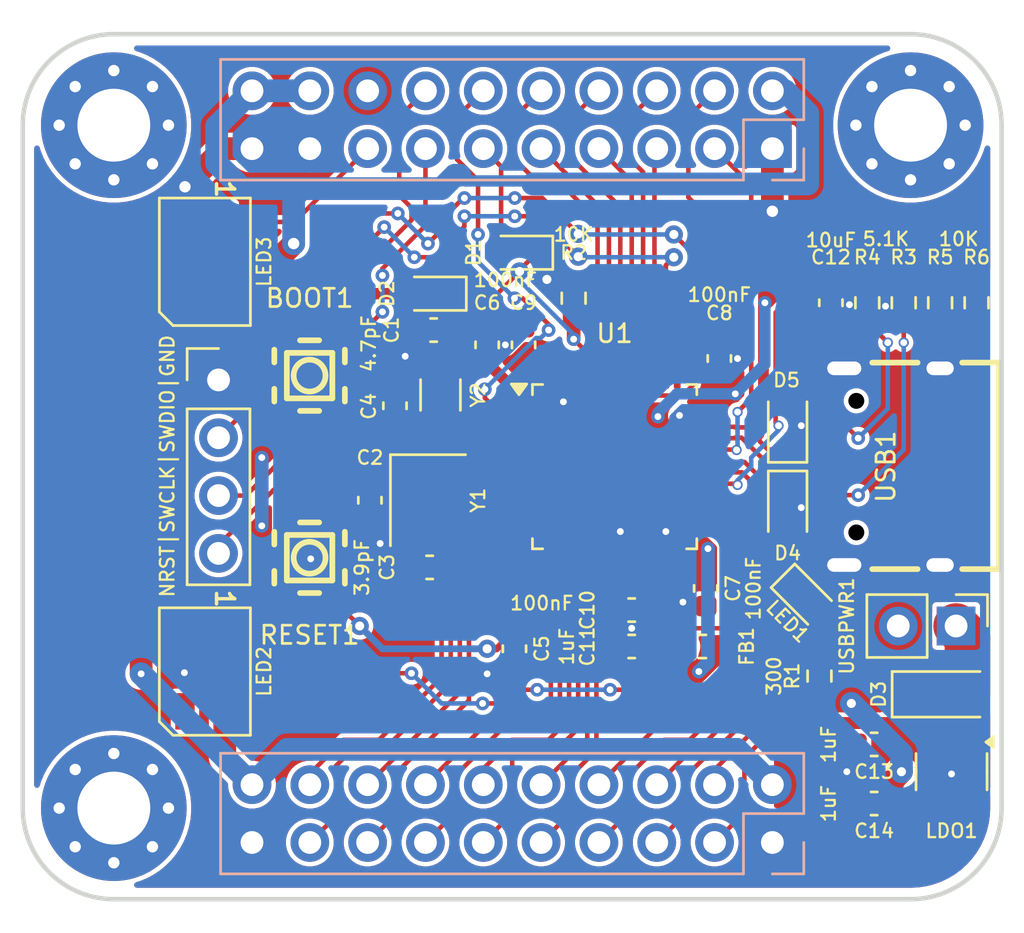
<source format=kicad_pcb>
(kicad_pcb (version 20241229) (generator "pcbnew") (generator_version "9.0")
  (layers (0 "F.Cu" signal) (2 "B.Cu" signal) (13 "F.Paste" user) (15 "B.Paste" user) (5 "F.SilkS" user "F.Silkscreen") (7 "B.SilkS" user "B.Silkscreen") (1 "F.Mask" user) (3 "B.Mask" user) (25 "Edge.Cuts" user))
  (net 0 "")
  (net 1 "+3V3")
  (net 2 "GND")
  (net 3 "VDDA")
  (net 4 "Net-(U1-VBAT)")
  (net 5 "/OSC32_IN")
  (net 6 "/SWCLK")
  (net 7 "/SWDIO")
  (net 8 "/NRST")
  (net 9 "/OSC32_OUT")
  (net 10 "/OSC_IN")
  (net 11 "/BOOT0")
  (net 12 "/OSC_OUT")
  (net 13 "Net-(D2-A)")
  (net 14 "/BOOT0_RAW")
  (net 15 "/USB_DP")
  (net 18 "Net-(USB1-CC2)")
  (net 19 "Net-(USB1-CC1)")
  (net 20 "VBUS")
  (net 21 "Net-(D3-A)")
  (net 22 "+5V")
  (net 23 "/VBUS_SENSE")
  (net 24 "/PA0")
  (net 25 "/PB14")
  (net 26 "/PA6")
  (net 27 "/PA8")
  (net 28 "/PB0")
  (net 29 "/PB5")
  (net 30 "/PA5")
  (net 31 "/PB2")
  (net 32 "/PA2")
  (net 33 "/PB11")
  (net 34 "/PA4")
  (net 35 "/PA1")
  (net 36 "/PB10")
  (net 37 "/PB6")
  (net 38 "/PB13")
  (net 39 "/PB12")
  (net 40 "/PA15")
  (net 41 "/PB4")
  (net 42 "/PA7")
  (net 43 "/PB9")
  (net 44 "/PB7")
  (net 45 "/PA10")
  (net 46 "/PB1")
  (net 47 "/PA3")
  (net 48 "/PA9")
  (net 49 "/PB3")
  (net 50 "/USB_DN")
  (net 51 "/SK6812_data")
  (net 52 "/PC13")
  (net 55 "Net-(LED1-A)")
  (net 56 "Net-(LED2-DOUT)")
  (footprint "Capacitor_SMD:C_0603_1608Metric" (layer "F.Cu") (at -5.15 -2.675 90)
    (property "Reference" "C4")
    (property "Value" "4.7pF" (hide yes))
  )
  (footprint "Capacitor_SMD:C_0603_1608Metric" (layer "F.Cu") (at 15.9 14.8 180)
    (property "Reference" "C14")
    (property "Value" "1uF")
  )
  (footprint "Inductor_SMD:L_0603_1608Metric" (layer "F.Cu") (at 8.35 7.9)
    (property "Reference" "FB1")
    (property "Value" "600Ω@100MHz" (hide yes))
  )
  (footprint "Capacitor_SMD:C_0603_1608Metric" (layer "F.Cu") (at -6.25 1.475 -90)
    (property "Reference" "C2")
    (property "Value" "3.9pF" (hide yes))
  )
  (footprint "Crystal:Crystal_SMD_3225-4Pin_3.2x2.5mm" (layer "F.Cu") (at -3.7 1.475 -90)
    (property "Reference" "Y1")
    (property "Value" "Crystal_GND24" (hide yes))
  )
  (footprint "MountingHole:MountingHole_3.2mm_M3_Pad_Via" (layer "F.Cu") (at 17.5 -15)
    (property "Reference" "H2" (hide yes))
    (property "Value" "MountingHole_Pad" (hide yes))
  )
  (footprint "LED_SMD:LED_SK6812MINI_PLCC4_3.5x3.5mm_P1.75mm" (layer "F.Cu") (at -13.5 9 -90)
    (property "Reference" "LED2")
    (property "Value" "SK6812MINI" (hide yes))
  )
  (footprint "Capacitor_SMD:C_0603_1608Metric" (layer "F.Cu") (at 5.25 6.3)
    (property "Reference" "C10")
    (property "Value" "100nF" (hide yes))
  )
  (footprint "Package_QFP:LQFP-48_7x7mm_P0.5mm" (layer "F.Cu") (at 4.5 0)
    (property "Reference" "U1")
    (property "Value" "STM32G491CETx" (hide yes))
  )
  (footprint "Connector_PinHeader_2.54mm:PinHeader_1x02_P2.54mm_Vertical" (layer "F.Cu") (at 19.5 7 -90)
    (property "Reference" "USBPWR1")
    (property "Value" "Jumper_2_Bridged" (hide yes))
  )
  (footprint "Resistor_SMD:R_0603_1608Metric" (layer "F.Cu") (at 13.5 9.2 -90)
    (property "Reference" "R1")
    (property "Value" "300")
  )
  (footprint "Crystal:Crystal_SMD_3215-2Pin_3.2x1.5mm" (layer "F.Cu") (at -3.15 -3.15 90)
    (property "Reference" "Y2")
    (property "Value" "Crystal" (hide yes))
  )
  (footprint "EasyEDA:USB-C-SMD_TYPE-C-6PIN-2MD-073" (layer "F.Cu") (at 16.4175 0 90)
    (property "Reference" "USB1")
    (property "Value" "TYPE-C 16PIN 2MD(073)" (hide yes))
  )
  (footprint "Resistor_SMD:R_0603_1608Metric" (layer "F.Cu") (at 17.2 -7.2 -90)
    (property "Reference" "R3")
    (property "Value" "5.1K" (hide yes))
  )
  (footprint "Diode_SMD:D_0603_1608Metric" (layer "F.Cu") (at -3.5 -7.6 180)
    (property "Reference" "D2")
    (property "Value" "C3758192" (hide yes))
  )
  (footprint "Resistor_SMD:R_0603_1608Metric" (layer "F.Cu") (at 20.4 -7.2 -90)
    (property "Reference" "R6")
    (property "Value" "10K" (hide yes))
  )
  (footprint "EasyEDA:SW-SMD_L3.1-W3.1-P2.20-LS4.0" (layer "F.Cu") (at -8.9 4 90)
    (property "Reference" "RESET1")
    (property "Value" "TS-1077S-02026" (hide yes))
  )
  (footprint "Capacitor_SMD:C_0603_1608Metric" (layer "F.Cu") (at -3.45 -6 180)
    (property "Reference" "C1")
    (property "Value" "4.7pF" (hide yes))
  )
  (footprint "Diode_SMD:D_SOD-323" (layer "F.Cu") (at 12.1 1.8 -90)
    (property "Reference" "D4")
    (property "Value" "C502527" (hide yes))
  )
  (footprint "Package_TO_SOT_SMD:SOT-23-5" (layer "F.Cu") (at 19.3 13.4 -90)
    (property "Reference" "LDO1")
    (property "Value" "ME6211C33M5")
  )
  (footprint "Capacitor_SMD:C_0603_1608Metric" (layer "F.Cu") (at -3.625 4.425 180)
    (property "Reference" "C3")
    (property "Value" "3.9pF" (hide yes))
  )
  (footprint "Capacitor_SMD:C_0603_1608Metric" (layer "F.Cu") (at 14 -7.2 90)
    (property "Reference" "C12")
    (property "Value" "10uF" (hide yes))
  )
  (footprint "Resistor_SMD:R_0603_1608Metric" (layer "F.Cu") (at 2.7 -7.4 90)
    (property "Reference" "R2")
    (property "Value" "10K" (hide yes))
  )
  (footprint "LED_SMD:LED_0603_1608Metric" (layer "F.Cu") (at 12.943153 5.843153 -45)
    (property "Reference" "LED1")
    (property "Value" "C965799")
  )
  (footprint "LED_SMD:LED_SK6812MINI_PLCC4_3.5x3.5mm_P1.75mm" (layer "F.Cu") (at -13.5 -9 -90)
    (property "Reference" "LED3")
    (property "Value" "SK6812MINI" (hide yes))
  )
  (footprint "Diode_SMD:D_SOD-123F" (layer "F.Cu") (at 18.9 10)
    (property "Reference" "D3")
    (property "Value" "C22439057" (hide yes))
  )
  (footprint "MountingHole:MountingHole_3.2mm_M3_Pad_Via" (layer "F.Cu") (at -17.5 15)
    (property "Reference" "H3" (hide yes))
    (property "Value" "MountingHole_Pad" (hide yes))
  )
  (footprint "Capacitor_SMD:C_0603_1608Metric" (layer "F.Cu") (at 9.1 -4.75 -90)
    (property "Reference" "C8")
    (property "Value" "100nF" (hide yes))
  )
  (footprint "Capacitor_SMD:C_0603_1608Metric" (layer "F.Cu") (at 0.1 8 90)
    (property "Reference" "C5")
    (property "Value" "100nF" (hide yes))
  )
  (footprint "EasyEDA:SW-SMD_L3.1-W3.1-P2.20-LS4.0" (layer "F.Cu") (at -8.9 -4 90)
    (property "Reference" "BOOT1")
    (property "Value" "TS-1077S-02026" (hide yes))
  )
  (footprint "MountingHole:MountingHole_3.2mm_M3_Pad_Via" (layer "F.Cu") (at -17.5 -15)
    (property "Reference" "H1" (hide yes))
    (property "Value" "MountingHole_Pad" (hide yes))
  )
  (footprint "Capacitor_SMD:C_0603_1608Metric" (layer "F.Cu") (at 15.9 12.2 180)
    (property "Reference" "C13")
    (property "Value" "1uF")
  )
  (footprint "Capacitor_SMD:C_0603_1608Metric" (layer "F.Cu") (at 8.5 5.35 90)
    (property "Reference" "C7")
    (property "Value" "100nF" (hide yes))
  )
  (footprint "Resistor_SMD:R_0603_1608Metric" (layer "F.Cu") (at 18.8 -7.2 90)
    (property "Reference" "R5")
    (property "Value" "10K" (hide yes))
  )
  (footprint "Capacitor_SMD:C_0603_1608Metric" (layer "F.Cu") (at -1.1 -5.35 -90)
    (property "Reference" "C6")
    (property "Value" "100nF" (hide yes))
  )
  (footprint "Diode_SMD:D_0603_1608Metric" (layer "F.Cu") (at 0.3 -9.4 180)
    (property "Reference" "D1")
    (property "Value" "C3758192" (hide yes))
  )
  (footprint "Capacitor_SMD:C_0603_1608Metric" (layer "F.Cu") (at 5.25 7.9)
    (property "Reference" "C11")
    (property "Value" "1uF" (hide yes))
  )
  (footprint "Capacitor_SMD:C_0603_1608Metric" (layer "F.Cu") (at 0.5 -5.35 -90)
    (property "Reference" "C9")
    (property "Value" "100nF" (hide yes))
  )
  (footprint "Diode_SMD:D_SOD-323" (layer "F.Cu") (at 12.1 -1.8 90)
    (property "Reference" "D5")
    (property "Value" "C502527" (hide yes))
  )
  (footprint "Connector_PinHeader_2.54mm:PinHeader_1x04_P2.54mm_Vertical" (layer "F.Cu") (at -12.9 -3.81)
    (property "Reference" "J3" (hide yes))
    (property "Value" "Conn_01x04" (hide yes))
  )
  (footprint "Resistor_SMD:R_0603_1608Metric" (layer "F.Cu") (at 15.6 -7.2 90)
    (property "Reference" "R4")
    (property "Value" "5.1K" (hide yes))
  )
  (footprint "Connector_PinHeader_2.54mm:PinHeader_2x10_P2.54mm_Vertical" (layer "B.Cu") (at 11.43 -13.97 90)
    (property "Reference" "J1" (hide yes))
    (property "Value" "Conn_02x10_Odd_Even" (hide yes))
  )
  (footprint "Connector_PinHeader_2.54mm:PinHeader_2x10_P2.54mm_Vertical" (layer "B.Cu") (at 11.43 16.51 90)
    (property "Reference" "J2" (hide yes))
    (property "Value" "Conn_02x10_Odd_Even" (hide yes))
  )
  (gr_arc (start -17.5 19) (mid -20.328427 17.828427) (end -21.5 15) (stroke (width 0.2)) (layer "Edge.Cuts"))
  (gr_arc (start 17.5 -19) (mid 20.328427 -17.828427) (end 21.5 -15) (stroke (width 0.2)) (layer "Edge.Cuts"))
  (gr_arc (start -21.5 -15) (mid -20.328427 -17.828427) (end -17.5 -19) (stroke (width 0.2)) (layer "Edge.Cuts"))
  (gr_line (start -21.5 15) (end -21.5 -15) (stroke (width 0.2)) (layer "Edge.Cuts"))
  (gr_arc (start 21.5 15) (mid 20.328427 17.828427) (end 17.5 19) (stroke (width 0.2)) (layer "Edge.Cuts"))
  (gr_line (start 17.5 19) (end -17.5 19) (stroke (width 0.2)) (layer "Edge.Cuts"))
  (gr_line (start -17.5 -19) (end 17.5 -19) (stroke (width 0.2)) (layer "Edge.Cuts"))
  (gr_line (start 21.5 -15) (end 21.5 15) (stroke (width 0.2)) (layer "Edge.Cuts"))
  (gr_text "10K" (at 19.6175 -10 0) (layer "F.SilkS") (effects (font (size 0.6 0.6) (thickness 0.1))))
  (gr_text "300" (at 11.5 9.2 90) (layer "F.SilkS") (effects (font (size 0.6 0.6) (thickness 0.1))))
  (gr_text "1uF" (at 2.4 7.9 90) (layer "F.SilkS") (effects (font (size 0.6 0.6) (thickness 0.1))))
  (gr_text "100nF" (at 9.1 -7.55 0) (layer "F.SilkS") (effects (font (size 0.6 0.6) (thickness 0.1))))
  (gr_text "10uF" (at 14 -9.95 0) (layer "F.SilkS") (effects (font (size 0.6 0.6) (thickness 0.1))))
  (gr_text "100nF" (at -0.3 -8.2 0) (layer "F.SilkS") (effects (font (size 0.6 0.6) (thickness 0.1))))
  (gr_text "10K" (at 2.7 -10.2 0) (layer "F.SilkS") (effects (font (size 0.6 0.6) (thickness 0.1))))
  (gr_text "3.9pF" (at -6.6 4.425 90) (layer "F.SilkS") (effects (font (size 0.6 0.6) (thickness 0.1))))
  (gr_text "100nF" (at 1.3 6 0) (layer "F.SilkS") (effects (font (size 0.6 0.6) (thickness 0.1))))
  (gr_text "5.1K" (at 16.4175 -10 0) (layer "F.SilkS") (effects (font (size 0.6 0.6) (thickness 0.1))))
  (gr_text "1uF" (at 13.9 14.8 90) (layer "F.SilkS") (effects (font (size 0.6 0.6) (thickness 0.1))))
  (gr_text "100nF" (at 10.6 5.35 90) (layer "F.SilkS") (effects (font (size 0.6 0.6) (thickness 0.1))))
  (gr_text "4.7pF" (at -6.3 -5.4 90) (layer "F.SilkS") (effects (font (size 0.6 0.6) (thickness 0.1))))
  (gr_text "1uF" (at 13.9 12.2 90) (layer "F.SilkS") (effects (font (size 0.6 0.6) (thickness 0.1))))
  (gr_text_box "NRST|SWCLK|SWDIO|GND" (start -15.4 5.7) (end -14.6 -5.7) (margins 0 0 0 0) (angle 90) (layer "F.SilkS") (effects (font (size 0.6 0.6) (thickness 0.1) (bold yes)) (justify left top)) (border no) (stroke (width 0.2)))
  (segment (start 17.776 15.901) (end 16.675 14.8) (width 1) (layer "F.Cu") (net 1))
  (segment (start 9.1375 8.0625) (end 8.2 9) (width 0.6) (layer "F.Cu") (net 1))
  (segment (start 18.886499 15.901) (end 17.776 15.901) (width 1) (layer "F.Cu") (net 1))
  (segment (start -10 -3) (end -10 -3.47) (width 0.5) (layer "F.Cu") (net 1))
  (segment (start -10 -3) (end -10 -4.53) (width 0.5) (layer "F.Cu") (net 1))
  (segment (start 9.1375 7.9) (end 9.1375 8.0625) (width 0.6) (layer "F.Cu") (net 1))
  (segment (start -10 -3.47) (end -10.53 -4) (width 0.5) (layer "F.Cu") (net 1))
  (segment (start -10 -5.88) (end -10 -4.53) (width 0.5) (layer "F.Cu") (net 1))
  (segment (start -10 -2.12) (end -10 -3) (width 0.5) (layer "F.Cu") (net 1))
  (segment (start 16.675 13.825) (end 17.1 13.4) (width 1) (layer "F.Cu") (net 1))
  (segment (start 9.1 -3.975) (end 9.1 -3.9) (width 0.5) (layer "F.Cu") (net 1))
  (segment (start -10 -4.53) (end -10.53 -4) (width 0.5) (layer "F.Cu") (net 1))
  (segment (start 20.249999 14.5375) (end 18.886499 15.901) (width 1) (layer "F.Cu") (net 1))
  (segment (start 16.675 14.8) (end 16.675 13.825) (width 1) (layer "F.Cu") (net 1))
  (segment (start 9.1 -3.9) (end 9.8 -3.2) (width 0.5) (layer "F.Cu") (net 1))
  (via (at -11 2.6) (size 0.6) (drill 0.3) (layers "F.Cu" "B.Cu") (net 1))
  (via (at 8.6 3.6) (size 0.6) (drill 0.3) (layers "F.Cu" "B.Cu") (net 1))
  (via (at 6.4 -2.2) (size 0.6) (drill 0.3) (layers "F.Cu" "B.Cu") (net 1))
  (via (at 8.2 9) (size 0.6) (drill 0.3) (layers "F.Cu" "B.Cu") (net 1))
  (via (at 17.1 13.4) (size 0.8) (drill 0.4) (layers "F.Cu" "B.Cu") (net 1))
  (via (at 14.9 10.4) (size 0.8) (drill 0.4) (layers "F.Cu" "B.Cu") (net 1))
  (via (at 11.101 -7.2) (size 0.6) (drill 0.3) (layers "F.Cu" "B.Cu") (net 1))
  (via (at -11 -0.4) (size 0.6) (drill 0.3) (layers "F.Cu" "B.Cu") (net 1))
  (via (at 9.8 -3.2) (size 0.6) (drill 0.3) (layers "F.Cu" "B.Cu") (net 1))
  (segment (start 17.1 13.4) (end 17.1 12.6) (width 1) (layer "B.Cu") (net 1))
  (segment (start 17.1 12.6) (end 14.9 10.4) (width 1) (layer "B.Cu") (net 1))
  (segment (start 11.101 -7.2) (end 11.101 -4.501) (width 0.5) (layer "B.Cu") (net 1))
  (segment (start 8.2 9) (end 8.6 8.6) (width 0.6) (layer "B.Cu") (net 1))
  (segment (start -11 -0.4) (end -11 2.6) (width 0.6) (layer "B.Cu") (net 1))
  (segment (start 7.237925 -3.2) (end 6.4 -2.362075) (width 0.5) (layer "B.Cu") (net 1))
  (segment (start 11.101 -4.501) (end 9.8 -3.2) (width 0.5) (layer "B.Cu") (net 1))
  (segment (start 9.8 -3.2) (end 7.237925 -3.2) (width 0.5) (layer "B.Cu") (net 1))
  (segment (start 6.4 -2.362075) (end 6.4 -2.2) (width 0.5) (layer "B.Cu") (net 1))
  (segment (start 8.6 8.6) (end 8.6 3.6) (width 0.6) (layer "B.Cu") (net 1))
  (segment (start -10 4.05) (end -10 5.88) (width 0.6) (layer "F.Cu") (net 2))
  (segment (start 4.475 7.9) (end 4.475 7.875) (width 0.5) (layer "F.Cu") (net 2))
  (segment (start -1.075 -6.125) (end -0.525 -5.575) (width 0.6) (layer "F.Cu") (net 2))
  (segment (start 0.475 -6.125) (end -0.3 -5.35) (width 0.6) (layer "F.Cu") (net 2))
  (segment (start 7.35 -2.25) (end 7.608334 -2.25) (width 0.6) (layer "F.Cu") (net 2))
  (segment (start 15.6 -8.025) (end 16.4 -8.025) (width 0.6) (layer "F.Cu") (net 2))
  (segment (start -5.3 2.25) (end -4.875 2.25) (width 0.6) (layer "F.Cu") (net 2))
  (segment (start 13.352612 4.32) (end 14.5875 4.32) (width 1) (layer "F.Cu") (net 2))
  (segment (start -5.15 -3.45) (end -5.15 -4.4) (width 0.6) (layer "F.Cu") (net 2))
  (segment (start -10 2.12) (end -10 3.47) (width 0.6) (layer "F.Cu") (net 2))
  (segment (start -4.4 4.425) (end -4.4 2.725) (width 0.6) (layer "F.Cu") (net 2))
  (segment (start 12.5 16.51) (end 13.415 16.51) (width 1) (layer "F.Cu") (net 2))
  (segment (start 11.43 -13.97) (end 11.43 -11.219) (width 1) (layer "F.Cu") (net 2))
  (segment (start 19.3 12.2625) (end 19.3 13.5) (width 0.6) (layer "F.Cu") (net 2))
  (segment (start 16.4 -7.05) (end 16.4 -8.025) (width 0.6) (layer "F.Cu") (net 2))
  (segment (start -5.475 3.05) (end -5.25 3.275) (width 0.6) (layer "F.Cu") (net 2))
  (segment (start 2.25 -2.85) (end 2.25 -3.108334) (width 0.3) (layer "F.Cu") (net 2))
  (segment (start -14.375 7.250001) (end -14.375 9.025) (width 0.6) (layer "F.Cu") (net 2))
  (segment (start -0.225 9.1) (end -1.1 9.1) (width 0.6) (layer "F.Cu") (net 2))
  (segment (start 20.4 -6.375) (end 20.4 -5.9225) (width 0.5) (layer "F.Cu") (net 2))
  (segment (start -4.7 -5.525) (end -4.7 -4.85) (width 0.6) (layer "F.Cu") (net 2))
  (segment (start 1.525 -8.225) (end 2.7 -8.225) (width 0.8) (layer "F.Cu") (net 2))
  (segment (start 12.1 -2.4) (end 12.7 -1.8) (width 0.3) (layer "F.Cu") (net 2))
  (segment (start -10 4.53) (end -10.53 4) (width 0.6) (layer "F.Cu") (net 2))
  (segment (start -1.1 -6.125) (end -1.075 -6.125) (width 0.6) (layer "F.Cu") (net 2))
  (segment (start 2.25 -4.1625) (end 2.25 -2.85) (width 0.3) (layer "F.Cu") (net 2))
  (segment (start -6.25 2.25) (end -5.3 2.25) (width 0.6) (layer "F.Cu") (net 2))
  (segment (start 14.9 -7.2) (end 14.9 -7.975) (width 0.6) (layer "F.Cu") (net 2))
  (segment (start 6.75 4.1625) (end 6.75 5.05) (width 0.2) (layer "F.Cu") (net 2))
  (segment (start -6.25 2.25) (end -6.25 2.275) (width 0.6) (layer "F.Cu") (net 2))
  (segment (start -4.95 3.725) (end -4.95 3.525) (width 0.6) (layer "F.Cu") (net 2))
  (segment (start -4.75 4.425) (end -5.8 3.375) (width 0.6) (layer "F.Cu") (net 2))
  (segment (start -12.7 -13.97) (end -11.43 -13.97) (width 1) (layer "F.Cu") (net 2))
  (segment (start -2.85 0.675) (end -4.55 2.375) (width 0.3) (layer "F.Cu") (net 2))
  (segment (start 13.415 16.51) (end 15.125 14.8) (width 1) (layer "F.Cu") (net 2))
  (segment (start 4.75 4.4625) (end 4.75 6.025) (width 0.3) (layer "F.Cu") (net 2))
  (segment (start 4.75 6.025) (end 4.475 6.3) (width 0.3) (layer "F.Cu") (net 2))
  (segment (start 5.25 7.075) (end 4.475 6.3) (width 0.6) (layer "F.Cu") (net 2))
  (segment (start 4.75 2.85) (end 4.75 3.108334) (width 0.6) (layer "F.Cu") (net 2))
  (segment (start 0.5 -6.125) (end 0.475 -6.125) (width 0.6) (layer "F.Cu") (net 2))
  (segment (start -10 4.05) (end -8.85 4.05) (width 0.6) (layer "F.Cu") (net 2))
  (segment (start 5.25 7.1) (end 4.475 7.1) (width 0.6) (layer "F.Cu") (net 2))
  (segment (start 0.1 8.775) (end -0.225 9.1) (width 0.6) (layer "F.Cu") (net 2))
  (segment (start 14.0375 3.2) (end 14.0375 3.77) (width 0.5) (layer "F.Cu") (net 2))
  (segment (start -4.225 -6) (end -5.15 -5.075) (width 0.6) (layer "F.Cu") (net 2))
  (segment (start 7.5 5.95) (end 7.675 6.125) (width 0.6) (layer "F.Cu") (net 2))
  (segment (start 14.7 13.4) (end 14.7 14.375) (width 0.6) (layer "F.Cu") (net 2))
  (segment (start -5.15 -4.4) (end -4.7 -4.85) (width 0.6) (layer "F.Cu") (net 2))
  (segment (start 4.75 4.1625) (end 4.75 2.85) (width 0.3) (layer "F.Cu") (net 2))
  (segment (start 6.75 2.85) (end 6.75 3.108334) (width 0.6) (layer "F.Cu") (net 2))
  (segment (start 6.75 5.05) (end 7.5 5.8) (width 0.2) (layer "F.Cu") (net 2))
  (segment (start -10 3.47) (end -10.53 4) (width 0.6) (layer "F.Cu") (net 2))
  (segment (start 7.675 6.125) (end 8.5 6.125) (width 0.6) (layer "F.Cu") (net 2))
  (segment (start 14.7 14.375) (end 15.125 14.8) (width 0.6) (layer "F.Cu") (net 2))
  (segment (start 17.2 -7.85) (end 16.4 -7.05) (width 0.6) (layer "F.Cu") (net 2))
  (segment (start 15.6 -8.025) (end 15.6 -7.9) (width 0.6) (layer "F.Cu") (net 2))
  (segment (start -14.375 -12.295) (end -12.7 -13.97) (width 1) (layer "F.Cu") (net 2))
  (segment (start 16.4 -8.025) (end 17.2 -8.025) (width 0.6) (layer "F.Cu") (net 2))
  (segment (start 15.6 -7.9) (end 14.816477 -7.116477) (width 0.6) (layer "F.Cu") (net 2))
  (segment (start -6.25 2.925) (end -5.8 3.375) (width 0.6) (layer "F.Cu") (net 2))
  (segment (start -14.375 9.025) (end -14.4 9.05) (width 0.6) (layer "F.Cu") (net 2))
  (segment (start 4.475 7.1) (end 4.475 6.3) (width 0.5) (layer "F.Cu") (net 2))
  (segment (start -4.7 -3.9) (end -5.15 -3.45) (width 0.6) (layer "F.Cu") (net 2))
  (segment (start 7.5 5.8) (end 7.5 5.95) (width 0.2) (layer "F.Cu") (net 2))
  (segment (start 14 -7.975) (end 14 -7.932954) (width 0.6) (layer "F.Cu") (net 2))
  (segment (start 12.1 2.85) (end 12.1 2.4) (width 0.3) (layer "F.Cu") (net 2))
  (segment (start -5.15 -5.075) (end -5.15 -4.4) (width 0.6) (layer "F.Cu") (net 2))
  (segment (start -5.3 2.875) (end -5.475 3.05) (width 0.6) (layer "F.Cu") (net 2))
  (segment (start 12.386306 5.286306) (end 13.352612 4.32) (width 1) (layer "F.Cu") (net 2))
  (segment (start 12.1 2.4) (end 12.7 1.8) (width 0.3) (layer "F.Cu") (net 2))
  (segment (start -4.55 2.375) (end -4.55 2.575) (width 0.3) (layer "F.Cu") (net 2))
  (segment (start -0.525 -5.575) (end -0.3 -5.35) (width 0.6) (layer "F.Cu") (net 2))
  (segment (start 14.7 13.4) (end 14.7 12.625) (width 0.6) (layer "F.Cu") (net 2))
  (segment (start 0.5 -6.125) (end 0.025 -6.125) (width 0.6) (layer "F.Cu") (net 2))
  (segment (start 14.0375 3.77) (end 14.5875 4.32) (width 0.5) (layer "F.Cu") (net 2))
  (segment (start -10 5.88) (end -10 4.53) (width 0.6) (layer "F.Cu") (net 2))
  (segment (start 14.0375 -3.77) (end 14.5875 -4.32) (width 0.5) (layer "F.Cu") (net 2))
  (segment (start 14.9 -7.975) (end 15.55 -7.975) (width 0.6) (layer "F.Cu") (net 2))
  (segment (start -6.25 2.25) (end -6.25 2.925) (width 0.6) (layer "F.Cu") (net 2))
  (segment (start 15.6 -7.85) (end 16.4 -7.05) (width 0.6) (layer "F.Cu") (net 2))
  (segment (start -5.25 3.275) (end -4.55 2.575) (width 0.6) (layer "F.Cu") (net 2))
  (segment (start 15.125 12.2) (end 15.125 14.8) (width 0.6) (layer "F.Cu") (net 2))
  (segment (start -5.8 3.375) (end -5.35 3.375) (width 0.6) (layer "F.Cu") (net 2))
  (segment (start -5.35 3.375) (end -5.25 3.275) (width 0.6) (layer "F.Cu") (net 2))
  (segment (start -4.875 2.25) (end -4.55 2.575) (width 0.6) (layer "F.Cu") (net 2))
  (segment (start -14.375 -12.295) (end -14.375 -10.749999) (width 1) (layer "F.Cu") (net 2))
  (segment (start -4.4 2.725) (end -4.55 2.575) (width 0.6) (layer "F.Cu") (net 2))
  (segment (start 0.025 -6.125) (end -0.525 -5.575) (width 0.6) (layer "F.Cu") (net 2))
  (segment (start 4.475 7.9) (end 4.475 7.1) (width 0.5) (layer "F.Cu") (net 2))
  (segment (start 12.1 -2.85) (end 12.1 -2.4) (width 0.3) (layer "F.Cu") (net 2))
  (segment (start -4.4 4.425) (end -4.75 4.425) (width 0.6) (layer "F.Cu") (net 2))
  (segment (start -1.1 -6.125) (end 0.5 -6.125) (width 0.6) (layer "F.Cu") (net 2))
  (segment (start -6.25 2.275) (end -5.475 3.05) (width 0.6) (layer "F.Cu") (net 2))
  (segment (start 17.2 -8.025) (end 17.2 -7.85) (width 0.6) (layer "F.Cu") (net 2))
  (segment (start -5.25 3.425) (end -4.95 3.725) (width 0.6) (layer "F.Cu") (net 2))
  (segment (start -4.95 3.725) (end -4.4 4.275) (width 0.6) (layer "F.Cu") (net 2))
  (segment (start -4.4 4.275) (end -4.4 4.425) (width 0.6) (layer "F.Cu") (net 2))
  (segment (start 5.25 7.1) (end 5.25 7.125) (width 0.6) (layer "F.Cu") (net 2))
  (segment (start -2.85 0.375) (end -2.85 0.675) (width 0.3) (layer "F.Cu") (net 2))
  (segment (start 14 -7.975) (end 14.9 -7.975) (width 0.6) (layer "F.Cu") (net 2))
  (segment (start 9.125 -5.525) (end 9.9 -4.75) (width 0.6) (layer "F.Cu") (net 2))
  (segment (start -4.225 -6) (end -4.7 -5.525) (width 0.6) (layer "F.Cu") (net 2))
  (segment (start 9.1 -5.525) (end 9.125 -5.525) (width 0.6) (layer "F.Cu") (net 2))
  (segment (start 15.55 -7.975) (end 15.6 -8.025) (width 0.6) (layer "F.Cu") (net 2))
  (segment (start -4.7 -4.85) (end -4.7 -3.9) (width 0.6) (layer "F.Cu") (net 2))
  (segment (start 8.6625 -2.25) (end 7.35 -2.25) (width 0.3) (layer "F.Cu") (net 2))
  (segment (start 5.25 7.125) (end 4.475 7.9) (width 0.6) (layer "F.Cu") (net 2))
  (segment (start -5.25 3.275) (end -5.25 3.425) (width 0.6) (layer "F.Cu") (net 2))
  (segment (start -10 2.12) (end -10 4.05) (width 0.6) (layer "F.Cu") (net 2))
  (segment (start -4.95 3.525) (end -4.8 3.375) (width 0.6) (layer "F.Cu") (net 2))
  (segment (start 6.75 4.1625) (end 6.75 2.85) (width 0.3) (layer "F.Cu") (net 2))
  (segment (start 14 -7.932954) (end 14.816477 -7.116477) (width 0.6) (layer "F.Cu") (net 2))
  (segment (start -5.3 2.25) (end -5.3 2.875) (width 0.6) (layer "F.Cu") (net 2))
  (segment (start 20.4 -5.9225) (end 18.7975 -4.32) (width 0.5) (layer "F.Cu") (net 2))
  (segment (start 14.0375 -3.2) (end 14.0375 -3.77) (width 0.5) (layer "F.Cu") (net 2))
  (segment (start -8.89 -13.97) (end -11.43 -13.97) (width 1) (layer "F.Cu") (net 2))
  (segment (start 14.7 12.625) (end 15.125 12.2) (width 0.6) (layer "F.Cu") (net 2))
  (segment (start 5.25 7.1) (end 5.25 7.075) (width 0.6) (layer "F.Cu") (net 2))
  (segment (start 14.816477 -7.116477) (end 14.9 -7.2) (width 0.6) (layer "F.Cu") (net 2))
  (segment (start 15.6 -8.025) (end 15.6 -7.85) (width 0.6) (layer "F.Cu") (net 2))
  (via (at 19.3 13.5) (size 0.6) (drill 0.3) (layers "F.Cu" "B.Cu") (net 2))
  (via (at 6.75 2.85) (size 0.6) (drill 0.3) (layers "F.Cu" "B.Cu") (net 2))
  (via (at 14.816477 -7.116477) (size 0.45) (drill 0.3) (layers "F.Cu" "B.Cu") (net 2))
  (via (at -0.3 -5.35) (size 0.6) (drill 0.3) (layers "F.Cu" "B.Cu") (net 2))
  (via (at -5.8 3.375) (size 0.6) (drill 0.3) (layers "F.Cu" "B.Cu") (net 2))
  (via (at 12.7 -1.8) (size 0.6) (drill 0.3) (layers "F.Cu" "B.Cu") (net 2))
  (via (at 4.75 2.85) (size 0.6) (drill 0.3) (layers "F.Cu" "B.Cu") (net 2))
  (via (at -14.375 -12.295) (size 1) (drill 0.5) (layers "F.Cu" "B.Cu") (net 2))
  (via (at 16.4 -7.05) (size 0.6) (drill 0.3) (layers "F.Cu" "B.Cu") (net 2))
  (via (at 5.25 7.1) (size 0.6) (drill 0.3) (layers "F.Cu" "B.Cu") (net 2))
  (via (at -1.1 9.1) (size 0.6) (drill 0.3) (layers "F.Cu" "B.Cu") (net 2))
  (via (at 2.25 -2.85) (size 0.6) (drill 0.3) (layers "F.Cu" "B.Cu") (net 2))
  (via (at 9.9 -4.75) (size 0.6) (drill 0.3) (layers "F.Cu" "B.Cu") (net 2))
  (via (at -14.4 9.05) (size 0.6) (drill 0.3) (layers "F.Cu" "B.Cu") (net 2))
  (via (at 7.5 5.95) (size 0.6) (drill 0.3) (layers "F.Cu" "B.Cu") (net 2))
  (via (at 12.7 1.8) (size 0.6) (drill 0.3) (layers "F.Cu" "B.Cu") (net 2))
  (via (at 11.43 -11.219) (size 1) (drill 0.5) (layers "F.Cu" "B.Cu") (net 2))
  (via (at -4.7 -4.85) (size 0.6) (drill 0.3) (layers "F.Cu" "B.Cu") (net 2))
  (via (at 14.7 13.4) (size 0.6) (drill 0.3) (layers "F.Cu" "B.Cu") (net 2))
  (via (at -8.85 4.05) (size 0.6) (drill 0.3) (layers "F.Cu" "B.Cu") (net 2))
  (via (at 7.35 -2.25) (size 0.6) (drill 0.3) (layers "F.Cu" "B.Cu") (net 2))
  (via (at 1.525 -8.225) (size 0.8) (drill 0.4) (layers "F.Cu" "B.Cu") (net 2))
  (segment (start 5.75 4.1625) (end 5.5 4.4125) (width 0.3) (layer "F.Cu") (net 3))
  (segment (start 6.051 6.326) (end 6.025 6.3) (width 0.6) (layer "F.Cu") (net 3))
  (segment (start 5.5 5.2) (end 5.75 5.45) (width 0.3) (layer "F.Cu") (net 3))
  (segment (start 5.25 4.4625) (end 5.25 4.95) (width 0.3) (layer "F.Cu") (net 3))
  (segment (start 6.025 6.3) (end 6.025 5.725) (width 0.5) (layer "F.Cu") (net 3))
  (segment (start 5.75 4.4625) (end 5.5 4.7125) (width 0.3) (layer "F.Cu") (net 3))
  (segment (start 6.025 5.725) (end 5.75 5.45) (width 0.5) (layer "F.Cu") (net 3))
  (segment (start 5.25 4.95) (end 5.5 5.2) (width 0.3) (layer "F.Cu") (net 3))
  (segment (start 5.5 4.4125) (end 5.5 4.7125) (width 0.3) (layer "F.Cu") (net 3))
  (segment (start 5.5 4.7125) (end 5.5 5.2) (width 0.3) (layer "F.Cu") (net 3))
  (segment (start 6.025 7.9) (end 7.5625 7.9) (width 1) (layer "F.Cu") (net 3))
  (segment (start 6.025 7.9) (end 6.051 7.874) (width 0.6) (layer "F.Cu") (net 3))
  (segment (start 5.75 4.4625) (end 5.75 5.45) (width 0.3) (layer "F.Cu") (net 3))
  (segment (start 5.25 4.1625) (end 5.75 4.1625) (width 0.3) (layer "F.Cu") (net 3))
  (segment (start 6.051 7.874) (end 6.051 6.326) (width 0.6) (layer "F.Cu") (net 3))
  (segment (start 0.3375 -2.75) (end -0.1 -2.75) (width 0.3) (layer "F.Cu") (net 4))
  (segment (start 0 -3.05) (end 0 -3.475) (width 0.5) (layer "F.Cu") (net 4))
  (segment (start 0.0375 -3.05) (end 0 -3.05) (width 0.3) (layer "F.Cu") (net 4))
  (segment (start -0.1 -2.75) (end -0.1 -3.375) (width 0.3) (layer "F.Cu") (net 4))
  (segment (start -0.1 -3.375) (end 0 -3.475) (width 0.3) (layer "F.Cu") (net 4))
  (segment (start 0.3375 -2.75) (end 0.0375 -3.05) (width 0.3) (layer "F.Cu") (net 4))
  (segment (start 0 -3.475) (end -1.1 -4.575) (width 0.5) (layer "F.Cu") (net 4))
  (segment (start -0.500001 -1.75) (end -3.15 -4.399999) (width 0.2) (layer "F.Cu") (net 5))
  (segment (start -2.675 -4.874999) (end -2.675 -6) (width 1) (layer "F.Cu") (net 5))
  (segment (start -3.15 -4.399999) (end -2.675 -4.874999) (width 1) (layer "F.Cu") (net 5))
  (segment (start 0.3375 -1.75) (end -0.500001 -1.75) (width 0.2) (layer "F.Cu") (net 5))
  (segment (start -11.697919 1.27) (end -12.9 1.27) (width 0.2) (layer "F.Cu") (net 6))
  (segment (start 2.9 -9.225) (end 1.125 -11) (width 0.2) (layer "F.Cu") (net 6))
  (segment (start 1.125 -11) (end 0.112499 -11) (width 0.2) (layer "F.Cu") (net 6))
  (segment (start 6.75 -4.1625) (end 6.75 -8.85) (width 0.2) (layer "F.Cu") (net 6))
  (segment (start -3.450057 -9.2) (end -4.3 -9.2) (width 0.2) (layer "F.Cu") (net 6))
  (segment (start -9.3 -6.847196) (end -9.3 -1.127919) (width 0.2) (layer "F.Cu") (net 6))
  (segment (start 6.75 -8.85) (end 7.1 -9.2) (width 0.2) (layer "F.Cu") (net 6))
  (segment (start -2.1 -10.550057) (end -3.450057 -9.2) (width 0.2) (layer "F.Cu") (net 6))
  (segment (start -5.623598 -10.523598) (end -9.3 -6.847196) (width 0.2) (layer "F.Cu") (net 6))
  (segment (start -2.1 -11) (end -2.1 -10.550057) (width 0.2) (layer "F.Cu") (net 6))
  (segment (start -9.3 -1.127919) (end -11.697919 1.27) (width 0.2) (layer "F.Cu") (net 6))
  (via (at -5.623598 -10.523598) (size 0.6) (drill 0.3) (layers "F.Cu" "B.Cu") (net 6))
  (via (at 7.1 -9.2) (size 0.8) (drill 0.4) (layers "F.Cu" "B.Cu") (net 6))
  (via (at -4.3 -9.2) (size 0.6) (drill 0.3) (layers "F.Cu" "B.Cu") (net 6))
  (via (at -2.1 -11) (size 0.6) (drill 0.3) (layers "F.Cu" "B.Cu") (net 6))
  (via (at 0.112499 -11) (size 0.6) (drill 0.3) (layers "F.Cu" "B.Cu") (net 6))
  (via (at 2.9 -9.225) (size 0.8) (drill 0.4) (layers "F.Cu" "B.Cu") (net 6))
  (segment (start 0.112499 -11) (end -2.1 -11) (width 0.2) (layer "B.Cu") (net 6))
  (segment (start 2.925 -9.2) (end 2.9 -9.225) (width 0.2) (layer "B.Cu") (net 6))
  (segment (start 7.1 -9.2) (end 2.925 -9.2) (width 0.2) (layer "B.Cu") (net 6))
  (segment (start -4.3 -9.2) (end -5.623598 -10.523598) (width 0.2) (layer "B.Cu") (net 6))
  (segment (start 2.9 -10.225003) (end 1.325003 -11.8) (width 0.2) (layer "F.Cu") (net 7))
  (segment (start -3.7 -9.8) (end -2.899 -10.601) (width 0.2) (layer "F.Cu") (net 7))
  (segment (start -2.899 -11.050943) (end -2.149943 -11.8) (width 0.2) (layer "F.Cu") (net 7))
  (segment (start 7.25 -8.358636) (end 7.801 -8.909636) (width 0.2) (layer "F.Cu") (net 7))
  (segment (start 1.325003 -11.8) (end 0.112499 -11.8) (width 0.2) (layer "F.Cu") (net 7))
  (segment (start -11.1 -6.357) (end -6.333402 -11.123598) (width 0.2) (layer "F.Cu") (net 7))
  (segment (start -12.9 -1.27) (end -11.1 -3.07) (width 0.2) (layer "F.Cu") (net 7))
  (segment (start -2.899 -10.601) (end -2.899 -11.050943) (width 0.2) (layer "F.Cu") (net 7))
  (segment (start -6.333402 -11.123598) (end -5.023598 -11.123598) (width 0.2) (layer "F.Cu") (net 7))
  (segment (start -2.149943 -11.8) (end -2.1 -11.8) (width 0.2) (layer "F.Cu") (net 7))
  (segment (start -11.1 -3.07) (end -11.1 -6.357) (width 0.2) (layer "F.Cu") (net 7))
  (segment (start 7.25 -4.1625) (end 7.25 -8.358636) (width 0.2) (layer "F.Cu") (net 7))
  (segment (start 7.801 -8.909636) (end 7.801 -9.499) (width 0.2) (layer "F.Cu") (net 7))
  (segment (start 7.801 -9.499) (end 7.1 -10.2) (width 0.2) (layer "F.Cu") (net 7))
  (via (at 2.9 -10.225003) (size 0.8) (drill 0.4) (layers "F.Cu" "B.Cu") (net 7))
  (via (at 7.1 -10.2) (size 0.8) (drill 0.4) (layers "F.Cu" "B.Cu") (net 7))
  (via (at -5.023598 -11.123598) (size 0.6) (drill 0.3) (layers "F.Cu" "B.Cu") (net 7))
  (via (at 0.112499 -11.8) (size 0.6) (drill 0.3) (layers "F.Cu" "B.Cu") (net 7))
  (via (at -3.7 -9.8) (size 0.6) (drill 0.3) (layers "F.Cu" "B.Cu") (net 7))
  (via (at -2.1 -11.8) (size 0.6) (drill 0.3) (layers "F.Cu" "B.Cu") (net 7))
  (segment (start 2.925003 -10.2) (end 2.9 -10.225003) (width 0.2) (layer "B.Cu") (net 7))
  (segment (start -3.7 -9.8) (end -5.023598 -11.123598) (width 0.2) (layer "B.Cu") (net 7))
  (segment (start 0.112499 -11.8) (end -2.1 -11.8) (width 0.2) (layer "B.Cu") (net 7))
  (segment (start 7.1 -10.2) (end 2.925003 -10.2) (width 0.2) (layer "B.Cu") (net 7))
  (segment (start -10.477 1.02) (end -8.9 1.02) (width 0.2) (layer "F.Cu") (net 8))
  (segment (start -1.1 8) (end -0.675 8) (width 0.3) (layer "F.Cu") (net 8))
  (segment (start -7.8 2.12) (end -7.8 3.47) (width 0.5) (layer "F.Cu") (net 8))
  (segment (start -7.8 2.12) (end -8.9 1.02) (width 0.2) (layer "F.Cu") (net 8))
  (segment (start -4.961 -11.910943) (end -4.422598 -11.372541) (width 0.2) (layer "F.Cu") (net 8))
  (segment (start -7.8 4.53) (end -7.27 4) (width 0.5) (layer "F.Cu") (net 8))
  (segment (start -3.81 -16.51) (end -4.961 -15.359) (width 0.2) (layer "F.Cu") (net 8))
  (segment (start -4.422598 -11.372541) (end -4.422598 -10.834402) (width 0.2) (layer "F.Cu") (net 8))
  (segment (start -6.7 7) (end -7.8 5.9) (width 0.2) (layer "F.Cu") (net 8))
  (segment (start 0.3375 0.25) (end 1.45 0.25) (width 0.3) (layer "F.Cu") (net 8))
  (segment (start -7.8 5.88) (end -7.8 4.53) (width 0.5) (layer "F.Cu") (net 8))
  (segment (start 1.526 0.326) (end 1.526 2.974) (width 0.3) (layer "F.Cu") (net 8))
  (segment (start -7.8 3.47) (end -7.27 4) (width 0.5) (layer "F.Cu") (net 8))
  (segment (start -12.9 3.443) (end -10.477 1.02) (width 0.2) (layer "F.Cu") (net 8))
  (segment (start -7.8 2.12) (end -7.8 5.88) (width 0.5) (layer "F.Cu") (net 8))
  (segment (start -7.8 5.9) (end -7.8 5.88) (width 0.2) (layer "F.Cu") (net 8))
  (segment (start 1.1 6.225) (end 0.1 7.225) (width 0.3) (layer "F.Cu") (net 8))
  (segment (start -4.961 -15.359) (end -4.961 -11.910943) (width 0.2) (layer "F.Cu") (net 8))
  (segment (start -0.675 8) (end 0.1 7.225) (width 0.3) (layer "F.Cu") (net 8))
  (segment (start 1.526 2.974) (end 1.1 3.4) (width 0.3) (layer "F.Cu") (net 8))
  (segment (start 1.45 0.25) (end 1.526 0.326) (width 0.3) (layer "F.Cu") (net 8))
  (segment (start 1.1 3.4) (end 1.1 6.225) (width 0.3) (layer "F.Cu") (net 8))
  (segment (start -8.9 -6.357) (end -8.9 1.02) (width 0.2) (layer "F.Cu") (net 8))
  (segment (start -12.9 3.81) (end -12.9 3.443) (width 0.2) (layer "F.Cu") (net 8))
  (segment (start -4.422598 -10.834402) (end -8.9 -6.357) (width 0.2) (layer "F.Cu") (net 8))
  (via (at -1.1 8) (size 0.8) (drill 0.4) (layers "F.Cu" "B.Cu") (net 8))
  (via (at -6.7 7) (size 0.8) (drill 0.4) (layers "F.Cu" "B.Cu") (net 8))
  (segment (start -6.7 7) (end -5.7 8) (width 0.3) (layer "B.Cu") (net 8))
  (segment (start -5.7 8) (end -1.1 8) (width 0.3) (layer "B.Cu") (net 8))
  (segment (start 0.3375 -1.25) (end -2.499999 -1.25) (width 0.2) (layer "F.Cu") (net 9))
  (segment (start -3.15 -1.900001) (end -5.15 -1.9) (width 1) (layer "F.Cu") (net 9))
  (segment (start -2.499999 -1.25) (end -3.15 -1.900001) (width 0.2) (layer "F.Cu") (net 9))
  (segment (start 0.3375 -0.75) (end -4.325 -0.75) (width 0.2) (layer "F.Cu") (net 10))
  (segment (start -4.55 0.375) (end -5.925 0.375) (width 1) (layer "F.Cu") (net 10))
  (segment (start -5.925 0.375) (end -6.25 0.7) (width 1) (layer "F.Cu") (net 10))
  (segment (start -4.325 -0.75) (end -4.55 -0.525) (width 0.2) (layer "F.Cu") (net 10))
  (segment (start -4.55 -0.525) (end -4.55 0.375) (width 0.2) (layer "F.Cu") (net 10))
  (segment (start -0.487501 -13.187501) (end -1.27 -13.97) (width 0.2) (layer "F.Cu") (net 11))
  (segment (start -0.487501 -9.4) (end -0.487501 -13.187501) (width 0.2) (layer "F.Cu") (net 11))
  (segment (start 0.3375 -0.25) (end -0.433824 -0.25) (width 0.2) (layer "F.Cu") (net 12))
  (segment (start -0.433824 -0.25) (end -2.85 2.166176) (width 0.2) (layer "F.Cu") (net 12))
  (segment (start -2.85 2.575) (end -2.85 4.425) (width 1) (layer "F.Cu") (net 12))
  (segment (start -2.85 2.166176) (end -2.85 2.575) (width 0.2) (layer "F.Cu") (net 12))
  (segment (start -7.8 -5.88) (end -7.8 -4.53) (width 0.5) (layer "F.Cu") (net 13))
  (segment (start -6.08 -7.6) (end -7.8 -5.88) (width 0.5) (layer "F.Cu") (net 13))
  (segment (start -7.8 -5.88) (end -7.8 -2.12) (width 0.5) (layer "F.Cu") (net 13))
  (segment (start -7.8 -2.12) (end -7.8 -3.47) (width 0.5) (layer "F.Cu") (net 13))
  (segment (start -4.287501 -7.6) (end -6.08 -7.6) (width 0.5) (layer "F.Cu") (net 13))
  (segment (start -7.8 -3.47) (end -7.27 -4) (width 0.5) (layer "F.Cu") (net 13))
  (segment (start -7.8 -4.53) (end -7.27 -4) (width 0.5) (layer "F.Cu") (net 13))
  (segment (start 0.324701 -8.573573) (end 0.324701 -8.6372) (width 0.2) (layer "F.Cu") (net 14))
  (segment (start 2.7 -5.6) (end 2.7 -6.575) (width 0.6) (layer "F.Cu") (net 14))
  (segment (start 0.324701 -8.573573) (end -0.648872 -7.6) (width 0.2) (layer "F.Cu") (net 14))
  (segment (start -0.648872 -7.6) (end -2.712499 -7.6) (width 0.2) (layer "F.Cu") (net 14))
  (segment (start 3.25 -4.1625) (end 3.25 -5.05) (width 0.2) (layer "F.Cu") (net 14))
  (segment (start 0.324701 -8.6372) (end 1.087501 -9.4) (width 0.2) (layer "F.Cu") (net 14))
  (segment (start 3.25 -5.05) (end 2.7 -5.6) (width 0.2) (layer "F.Cu") (net 14))
  (via (at 2.7 -5.6) (size 0.6) (drill 0.3) (layers "F.Cu" "B.Cu") (net 14))
  (via (at 0.324701 -8.573573) (size 0.8) (drill 0.4) (layers "F.Cu" "B.Cu") (net 14))
  (segment (start 2.7 -5.6) (end 2.7 -5.8) (width 0.2) (layer "B.Cu") (net 14))
  (segment (start 0.324701 -8.175299) (end 0.324701 -8.573573) (width 0.2) (layer "B.Cu") (net 14))
  (segment (start 2.7 -5.8) (end 0.324701 -8.175299) (width 0.2) (layer "B.Cu") (net 14))
  (segment (start 12.453676 -0.75) (end 12.1 -0.75) (width 0.2) (layer "F.Cu") (net 15))
  (segment (start 10.648897 -1.612999) (end 10.624283 -1.588385) (width 0.2) (layer "F.Cu") (net 15))
  (segment (start 12.1 -0.75) (end 11.236397 -0.75) (width 0.2) (layer "F.Cu") (net 15))
  (segment (start 13.453676 0.25) (end 12.453676 -0.75) (width 0.2) (layer "F.Cu") (net 15))
  (segment (start 10.907127 -1.305544) (end 10.93174 -1.330157) (width 0.2) (layer "F.Cu") (net 15))
  (segment (start 11.236397 -0.75) (end 10.907127 -1.07927) (width 0.2) (layer "F.Cu") (net 15))
  (segment (start 14.0375 -0.75) (end 12.1 -0.75) (width 0.2) (layer "F.Cu") (net 15))
  (segment (start 10.93174 -1.556431) (end 10.875171 -1.612999) (width 0.2) (layer "F.Cu") (net 15))
  (segment (start 9.793751 -1.725) (end 9.768751 -1.75) (width 0.2) (layer "F.Cu") (net 15))
  (segment (start 10.398009 -1.588385) (end 10.341441 -1.644955) (width 0.2) (layer "F.Cu") (net 15))
  (segment (start 10.341441 -1.644955) (end 10.261397 -1.725) (width 0.2) (layer "F.Cu") (net 15))
  (segment (start 10.240401 -1.725) (end 9.793751 -1.725) (width 0.2) (layer "F.Cu") (net 15))
  (segment (start 10.261397 -1.725) (end 10.240401 -1.725) (width 0.2) (layer "F.Cu") (net 15))
  (segment (start 14.0375 0.25) (end 13.453676 0.25) (width 0.2) (layer "F.Cu") (net 15))
  (segment (start 9.768751 -1.75) (end 8.6625 -1.75) (width 0.2) (layer "F.Cu") (net 15))
  (arc (start 10.907127 -1.07927) (mid 10.860264 -1.192407) (end 10.907127 -1.305544) (width 0.2) (layer "F.Cu") (net 15))
  (arc (start 10.624283 -1.588385) (mid 10.511146 -1.541522) (end 10.398009 -1.588385) (width 0.2) (layer "F.Cu") (net 15))
  (arc (start 10.93174 -1.330157) (mid 10.978603 -1.443294) (end 10.93174 -1.556431) (width 0.2) (layer "F.Cu") (net 15))
  (arc (start 10.875171 -1.612999) (mid 10.762034 -1.659862) (end 10.648897 -1.612999) (width 0.2) (layer "F.Cu") (net 15))
  (segment (start 14.0375 -1.75) (end 14.7 -1.75) (width 0.2) (layer "F.Cu") (net 18))
  (segment (start 14.7 -1.75) (end 15.2 -1.25) (width 0.2) (layer "F.Cu") (net 18))
  (segment (start 15.6 -6.35) (end 15.6 -6.375) (width 0.2) (layer "F.Cu") (net 18))
  (segment (start 16.5 -5.45) (end 15.6 -6.35) (width 0.2) (layer "F.Cu") (net 18))
  (via (at 15.2 -1.25) (size 0.6) (drill 0.3) (layers "F.Cu" "B.Cu") (net 18))
  (via (at 16.5 -5.45) (size 0.45) (drill 0.3) (layers "F.Cu" "B.Cu") (net 18))
  (segment (start 16.5 -5.387) (end 16.5 -2.55) (width 0.2) (layer "B.Cu") (net 18))
  (segment (start 16.5 -2.55) (end 15.2 -1.25) (width 0.2) (layer "B.Cu") (net 18))
  (segment (start 16.437 -5.45) (end 16.5 -5.387) (width 0.2) (layer "B.Cu") (net 18))
  (segment (start 16.5 -5.45) (end 16.437 -5.45) (width 0.2) (layer "B.Cu") (net 18))
  (segment (start 17.2 -5.45) (end 17.2 -6.375) (width 0.2) (layer "F.Cu") (net 19))
  (segment (start 14.0375 1.25) (end 15.2 1.25) (width 0.2) (layer "F.Cu") (net 19))
  (via (at 15.2 1.25) (size 0.6) (drill 0.3) (layers "F.Cu" "B.Cu") (net 19))
  (via (at 17.2 -5.45) (size 0.45) (drill 0.3) (layers "F.Cu" "B.Cu") (net 19))
  (segment (start 17.2 -0.75) (end 17.2 -5.45) (width 0.2) (layer "B.Cu") (net 19))
  (segment (start 15.2 1.25) (end 17.2 -0.75) (width 0.2) (layer "B.Cu") (net 19))
  (segment (start 19.999 7.499) (end 19.999 10) (width 2) (layer "F.Cu") (net 21))
  (segment (start 19.5 7) (end 19.999 7.499) (width 2) (layer "F.Cu") (net 21))
  (segment (start -16.3 -7.952001) (end -16.3 9.1) (width 1) (layer "F.Cu") (net 22))
  (segment (start -9.6 -9.8) (end -12.149999 -7.250001) (width 1) (layer "F.Cu") (net 22))
  (segment (start -12.625 10.749999) (end -12.625 12.775) (width 1) (layer "F.Cu") (net 22))
  (segment (start -15.501 -8.751001) (end -16.3 -7.952001) (width 1) (layer "F.Cu") (net 22))
  (segment (start -12.625 -8.127001) (end -13.249 -8.751001) (width 1) (layer "F.Cu") (net 22))
  (segment (start -12.149999 -7.250001) (end -12.625 -7.250001) (width 1) (layer "F.Cu") (net 22))
  (segment (start -12.625 -7.250001) (end -12.625 -8.127001) (width 1) (layer "F.Cu") (net 22))
  (segment (start -12.625 12.775) (end -11.43 13.97) (width 1) (layer "F.Cu") (net 22))
  (segment (start -13.249 -8.751001) (end -15.501 -8.751001) (width 1) (layer "F.Cu") (net 22))
  (via (at -9.6 -9.8) (size 1) (drill 0.5) (layers "F.Cu" "B.Cu") (net 22))
  (via (at -16.3 9.1) (size 0.6) (drill 0.3) (layers "F.Cu" "B.Cu") (net 22))
  (segment (start -2.294446 -12.801) (end -2.514628 -12.801) (width 1) (layer "B.Cu") (net 22))
  (segment (start -12.981 -14.959) (end -11.43 -16.51) (width 1) (layer "B.Cu") (net 22))
  (segment (start 0.909127 -12.419) (end 0.777127 -12.551) (width 0.5) (layer "B.Cu") (net 22))
  (segment (start -2.044446 -12.551) (end -2.294446 -12.801) (width 0.5) (layer "B.Cu") (net 22))
  (segment (start -16.3 9.1) (end -11.43 13.97) (width 1) (layer "B.Cu") (net 22))
  (segment (start 11.992 -16.51) (end 12.981 -15.521) (width 1) (layer "B.Cu") (net 22))
  (segment (start -12.981 -13.327554) (end -12.981 -14.959) (width 1) (layer "B.Cu") (net 22))
  (segment (start 12.981 -15.521) (end 12.981 -12.419) (width 1) (layer "B.Cu") (net 22))
  (segment (start 11.43 -16.51) (end 11.992 -16.51) (width 1) (layer "B.Cu") (net 22))
  (segment (start -11.43 13.97) (end -9.879 12.419) (width 1) (layer "B.Cu") (net 22))
  (segment (start 12.981 -12.419) (end 0.909127 -12.419) (width 1) (layer "B.Cu") (net 22))
  (segment (start 0.777127 -12.551) (end -2.044446 -12.551) (width 0.5) (layer "B.Cu") (net 22))
  (segment (start 9.879 12.419) (end 11.43 13.97) (width 1) (layer "B.Cu") (net 22))
  (segment (start -2.514628 -12.801) (end -3.101 -12.214628) (width 1) (layer "B.Cu") (net 22))
  (segment (start -9.879 12.419) (end 9.879 12.419) (width 1) (layer "B.Cu") (net 22))
  (segment (start -9.6 -12.214628) (end -11.868074 -12.214628) (width 1) (layer "B.Cu") (net 22))
  (segment (start -3.101 -12.214628) (end -9.6 -12.214628) (width 1) (layer "B.Cu") (net 22))
  (segment (start -9.6 -12.214628) (end -9.6 -9.8) (width 1) (layer "B.Cu") (net 22))
  (segment (start -8.89 -16.51) (end -11.43 -16.51) (width 1) (layer "B.Cu") (net 22))
  (segment (start -11.868074 -12.214628) (end -12.981 -13.327554) (width 1) (layer "B.Cu") (net 22))
  (segment (start 13.52589 -8.726) (end 18.099 -8.726) (width 0.2) (layer "F.Cu") (net 23))
  (segment (start 9.85 0.75) (end 9.9 0.8) (width 0.2) (layer "F.Cu") (net 23))
  (segment (start 18.099 -8.726) (end 18.8 -8.025) (width 0.2) (layer "F.Cu") (net 23))
  (segment (start 11.574 -6.77411) (end 13.52589 -8.726) (width 0.2) (layer "F.Cu") (net 23))
  (segment (start 11.7 -1.8) (end 11.574 -1.926) (width 0.2) (layer "F.Cu") (net 23))
  (segment (start 11.574 -1.926) (end 11.574 -6.77411) (width 0.2) (layer "F.Cu") (net 23))
  (segment (start 18.8 -8.025) (end 20.4 -8.025) (width 0.2) (layer "F.Cu") (net 23))
  (segment (start 8.6625 0.75) (end 9.85 0.75) (width 0.2) (layer "F.Cu") (net 23))
  (via (at 11.7 -1.8) (size 0.45) (drill 0.3) (layers "F.Cu" "B.Cu") (net 23))
  (via (at 9.9 0.8) (size 0.45) (drill 0.3) (layers "F.Cu" "B.Cu") (net 23))
  (segment (start 9.9 0.6) (end 10.5 0) (width 0.2) (layer "B.Cu") (net 23))
  (segment (start 10.5 0) (end 10.5 -0.4) (width 0.2) (layer "B.Cu") (net 23))
  (segment (start 11.7 -1.6) (end 11.7 -1.8) (width 0.2) (layer "B.Cu") (net 23))
  (segment (start 9.9 0.8) (end 9.9 0.6) (width 0.2) (layer "B.Cu") (net 23))
  (segment (start 10.5 -0.4) (end 11.7 -1.6) (width 0.2) (layer "B.Cu") (net 23))
  (segment (start -1.949 5.3148) (end -3.0671 6.4329) (width 0.2) (layer "F.Cu") (net 24))
  (segment (start -7.1 0) (end -6.719 -0.381) (width 0.2) (layer "F.Cu") (net 24))
  (segment (start -6.719 -5.781) (end -5.7 -6.8) (width 0.2) (layer "F.Cu") (net 24))
  (segment (start -3.81 -10.59) (end -3.81 -13.97) (width 0.2) (layer "F.Cu") (net 24))
  (segment (start -6.719 -0.381) (end -6.719 -5.781) (width 0.2) (layer "F.Cu") (net 24))
  (segment (start 0.3375 0.75) (end -0.866724 0.75) (width 0.2) (layer "F.Cu") (net 24))
  (segment (start -3.8671 6.4329) (end -6.7 3.6) (width 0.2) (layer "F.Cu") (net 24))
  (segment (start -5.7 -8.4) (end -5.7 -8.7) (width 0.2) (layer "F.Cu") (net 24))
  (segment (start -7.1 3.2) (end -7.1 0) (width 0.2) (layer "F.Cu") (net 24))
  (segment (start -5.7 -8.7) (end -3.81 -10.59) (width 0.2) (layer "F.Cu") (net 24))
  (segment (start -6.7 3.6) (end -7.1 3.2) (width 0.2) (layer "F.Cu") (net 24))
  (segment (start -1.949 1.832276) (end -1.949 5.3148) (width 0.2) (layer "F.Cu") (net 24))
  (segment (start -0.866724 0.75) (end -1.949 1.832276) (width 0.2) (layer "F.Cu") (net 24))
  (segment (start -3.0671 6.4329) (end -3.8671 6.4329) (width 0.2) (layer "F.Cu") (net 24))
  (via (at -5.7 -8.4) (size 0.6) (drill 0.3) (layers "F.Cu" "B.Cu") (net 24))
  (via (at -5.7 -6.8) (size 0.6) (drill 0.3) (layers "F.Cu" "B.Cu") (net 24))
  (segment (start -5.7 -6.8) (end -5.7 -8.4) (width 0.2) (layer "B.Cu") (net 24))
  (segment (start 9.606123 1.25) (end 10.503 2.146877) (width 0.2) (layer "F.Cu") (net 25))
  (segment (start 7.6 15.260001) (end 6.350001 16.51) (width 0.2) (layer "F.Cu") (net 25))
  (segment (start 8.581 12.819) (end 8.41324 12.819) (width 0.2) (layer "F.Cu") (net 25))
  (segment (start 8.6625 1.25) (end 9.606123 1.25) (width 0.2) (layer "F.Cu") (net 25))
  (segment (start 11.499 9.901) (end 8.581 12.819) (width 0.2) (layer "F.Cu") (net 25))
  (segment (start 11.499 6.777) (end 11.499 9.901) (width 0.2) (layer "F.Cu") (net 25))
  (segment (start 10.503 2.146877) (end 10.503 5.781) (width 0.2) (layer "F.Cu") (net 25))
  (segment (start 7.6 13.63224) (end 7.6 15.260001) (width 0.2) (layer "F.Cu") (net 25))
  (segment (start 8.41324 12.819) (end 7.6 13.63224) (width 0.2) (layer "F.Cu") (net 25))
  (segment (start 10.503 5.781) (end 11.499 6.777) (width 0.2) (layer "F.Cu") (net 25))
  (segment (start 2.096 10.704) (end 1.4 11.4) (width 0.2) (layer "F.Cu") (net 26))
  (segment (start -0.32776 11.4) (end -2.659 13.73124) (width 0.2) (layer "F.Cu") (net 26))
  (segment (start 1.4 11.4) (end -0.32776 11.4) (width 0.2) (layer "F.Cu") (net 26))
  (segment (start 2.25 4.1625) (end 2.25 5.03149) (width 0.2) (layer "F.Cu") (net 26))
  (segment (start 2.096 5.18549) (end 2.096 10.704) (width 0.2) (layer "F.Cu") (net 26))
  (segment (start -2.659 15.359) (end -3.81 16.51) (width 0.2) (layer "F.Cu") (net 26))
  (segment (start 2.25 5.03149) (end 2.096 5.18549) (width 0.2) (layer "F.Cu") (net 26))
  (segment (start -2.659 13.73124) (end -2.659 15.359) (width 0.2) (layer "F.Cu") (net 26))
  (segment (start 8.89 13.31) (end 8.89 13.97) (width 0.2) (layer "F.Cu") (net 27))
  (segment (start 10.904 1.060123) (end 10.904 5.6149) (width 0.2) (layer "F.Cu") (net 27))
  (segment (start 11.9 6.6109) (end 11.9 10.3) (width 0.2) (layer "F.Cu") (net 27))
  (segment (start 10.904 5.6149) (end 11.9 6.6109) (width 0.2) (layer "F.Cu") (net 27))
  (segment (start 8.6625 0.25) (end 10.093877 0.25) (width 0.2) (layer "F.Cu") (net 27))
  (segment (start 10.093877 0.25) (end 10.904 1.060123) (width 0.2) (layer "F.Cu") (net 27))
  (segment (start 11.9 10.3) (end 8.89 13.31) (width 0.2) (layer "F.Cu") (net 27))
  (segment (start 3.25 4.1625) (end 3.25 5.16569) (width 0.2) (layer "F.Cu") (net 28))
  (segment (start 2.898 11.502) (end 1.8 12.6) (width 0.2) (layer "F.Cu") (net 28))
  (segment (start 2.898 5.51769) (end 2.898 11.502) (width 0.2) (layer "F.Cu") (net 28))
  (segment (start 0 15.24) (end -1.27 16.51) (width 0.2) (layer "F.Cu") (net 28))
  (segment (start 3.25 5.16569) (end 2.898 5.51769) (width 0.2) (layer "F.Cu") (net 28))
  (segment (start 0 12.8) (end 0 15.24) (width 0.2) (layer "F.Cu") (net 28))
  (segment (start 1.8 12.6) (end 0.2 12.6) (width 0.2) (layer "F.Cu") (net 28))
  (segment (start 0.2 12.6) (end 0 12.8) (width 0.2) (layer "F.Cu") (net 28))
  (segment (start 4.75 -4.1625) (end 4.75 -11.40224) (width 0.2) (layer "F.Cu") (net 29))
  (segment (start 4.75 -11.40224) (end 2.659 -13.49324) (width 0.2) (layer "F.Cu") (net 29))
  (segment (start 2.659 -13.49324) (end 2.659 -15.359) (width 0.2) (layer "F.Cu") (net 29))
  (segment (start 2.659 -15.359) (end 3.81 -16.51) (width 0.2) (layer "F.Cu") (net 29))
  (segment (start 1.75 4.1625) (end 1.696 4.2165) (width 0.2) (layer "F.Cu") (net 30))
  (segment (start 1.696 10.304) (end 1.2 10.8) (width 0.2) (layer "F.Cu") (net 30))
  (segment (start 1.2 10.8) (end -0.64 10.8) (width 0.2) (layer "F.Cu") (net 30))
  (segment (start 1.696 4.2165) (end 1.696 10.304) (width 0.2) (layer "F.Cu") (net 30))
  (segment (start 1.75 4.1625) (end 1.695 4.2175) (width 0.2) (layer "F.Cu") (net 30))
  (segment (start -0.64 10.8) (end -3.81 13.97) (width 0.2) (layer "F.Cu") (net 30))
  (segment (start 4.25 5.29989) (end 3.7 5.84989) (width 0.2) (layer "F.Cu") (net 31))
  (segment (start 3.7 5.84989) (end 3.7 12.45224) (width 0.2) (layer "F.Cu") (net 31))
  (segment (start 2.6 13.55224) (end 2.6 15.18) (width 0.2) (layer "F.Cu") (net 31))
  (segment (start 4.25 4.1625) (end 4.25 5.29989) (width 0.2) (layer "F.Cu") (net 31))
  (segment (start 2.6 15.18) (end 1.27 16.51) (width 0.2) (layer "F.Cu") (net 31))
  (segment (start 3.7 12.45224) (end 2.6 13.55224) (width 0.2) (layer "F.Cu") (net 31))
  (segment (start -7.2 12.6) (end -7.739 13.139) (width 0.2) (layer "F.Cu") (net 32))
  (segment (start -7.739 13.139) (end -7.739 15.359) (width 0.2) (layer "F.Cu") (net 32))
  (segment (start -1.1 2.349076) (end -1.1 5.6) (width 0.2) (layer "F.Cu") (net 32))
  (segment (start -2.702 9.502) (end -5.8 12.6) (width 0.2) (layer "F.Cu") (net 32))
  (segment (start -1.1 5.6) (end -2.702 7.202) (width 0.2) (layer "F.Cu") (net 32))
  (segment (start 0.3375 1.75) (end -0.500924 1.75) (width 0.2) (layer "F.Cu") (net 32))
  (segment (start -7.739 15.359) (end -8.89 16.51) (width 0.2) (layer "F.Cu") (net 32))
  (segment (start -5.8 12.6) (end -7.2 12.6) (width 0.2) (layer "F.Cu") (net 32))
  (segment (start -0.500924 1.75) (end -1.1 2.349076) (width 0.2) (layer "F.Cu") (net 32))
  (segment (start -2.702 7.202) (end -2.702 9.502) (width 0.2) (layer "F.Cu") (net 32))
  (segment (start 7.401 11.599) (end 6.181 11.599) (width 0.2) (layer "F.Cu") (net 33))
  (segment (start 8.6625 2.75) (end 9.3 3.3875) (width 0.2) (layer "F.Cu") (net 33))
  (segment (start 9.3 6.2793) (end 10.277 7.2563) (width 0.2) (layer "F.Cu") (net 33))
  (segment (start 10.277 7.2563) (end 10.277 8.723) (width 0.2) (layer "F.Cu") (net 33))
  (segment (start 9.3 3.3875) (end 9.3 6.2793) (width 0.2) (layer "F.Cu") (net 33))
  (segment (start 6.181 11.599) (end 3.81 13.97) (width 0.2) (layer "F.Cu") (net 33))
  (segment (start 10.277 8.723) (end 7.401 11.599) (width 0.2) (layer "F.Cu") (net 33))
  (segment (start -1.9 10.26612) (end -5 13.36612) (width 0.2) (layer "F.Cu") (net 34))
  (segment (start 0.3375 5.3625) (end -1.9 7.6) (width 0.2) (layer "F.Cu") (net 34))
  (segment (start 0.3375 2.75) (end 0.3375 5.3625) (width 0.2) (layer "F.Cu") (net 34))
  (segment (start -5 15.159999) (end -6.350001 16.51) (width 0.2) (layer "F.Cu") (net 34))
  (segment (start -5 13.36612) (end -5 15.159999) (width 0.2) (layer "F.Cu") (net 34))
  (segment (start -1.9 7.6) (end -1.9 10.26612) (width 0.2) (layer "F.Cu") (net 34))
  (segment (start -7.4 12) (end -8.89 13.49) (width 0.2) (layer "F.Cu") (net 35))
  (segment (start -5.85 12) (end -7.4 12) (width 0.2) (layer "F.Cu") (net 35))
  (segment (start -8.89 13.49) (end -8.89 13.97) (width 0.2) (layer "F.Cu") (net 35))
  (segment (start -0.568024 1.25) (end -1.5 2.181976) (width 0.2) (layer "F.Cu") (net 35))
  (segment (start -1.5 2.181976) (end -1.5 5.4329) (width 0.2) (layer "F.Cu") (net 35))
  (segment (start -1.5 5.4329) (end -3.103 7.0359) (width 0.2) (layer "F.Cu") (net 35))
  (segment (start -3.103 9.253) (end -5.85 12) (width 0.2) (layer "F.Cu") (net 35))
  (segment (start -3.103 7.0359) (end -3.103 9.253) (width 0.2) (layer "F.Cu") (net 35))
  (segment (start 0.3375 1.25) (end -0.568024 1.25) (width 0.2) (layer "F.Cu") (net 35))
  (segment (start 9.5526 7.099) (end 7.199 7.099) (width 0.2) (layer "F.Cu") (net 36))
  (segment (start 7.199 7.099) (end 6.776 6.676) (width 0.2) (layer "F.Cu") (net 36))
  (segment (start 6.25 5.170768) (end 6.25 4.1625) (width 0.2) (layer "F.Cu") (net 36))
  (segment (start 6.776 5.696768) (end 6.25 5.170768) (width 0.2) (layer "F.Cu") (net 36))
  (segment (start -12.700736 9.075735) (end -4.424265 9.075735) (width 0.2) (layer "F.Cu") (net 36))
  (segment (start 9.876 7.4224) (end 9.5526 7.099) (width 0.2) (layer "F.Cu") (net 36))
  (segment (start 1.096 9.8) (end 0.30011 9.8) (width 0.2) (layer "F.Cu") (net 36))
  (segment (start 0.30011 9.8) (end -0.29989 10.4) (width 0.2) (layer "F.Cu") (net 36))
  (segment (start 9.876 8.3776) (end 9.876 7.4224) (width 0.2) (layer "F.Cu") (net 36))
  (segment (start 6.776 6.676) (end 6.776 5.696768) (width 0.2) (layer "F.Cu") (net 36))
  (segment (start -0.29989 10.4) (end -1.3 10.4) (width 0.2) (layer "F.Cu") (net 36))
  (segment (start 4.3 9.8) (end 8.4536 9.8) (width 0.2) (layer "F.Cu") (net 36))
  (segment (start 8.4536 9.8) (end 9.876 8.3776) (width 0.2) (layer "F.Cu") (net 36))
  (segment (start -14.375 10.749999) (end -12.700736 9.075735) (width 0.2) (layer "F.Cu") (net 36))
  (via (at -4.424265 9.075735) (size 0.6) (drill 0.3) (layers "F.Cu" "B.Cu") (net 36))
  (via (at 4.3 9.8) (size 0.6) (drill 0.3) (layers "F.Cu" "B.Cu") (net 36))
  (via (at 1.096 9.8) (size 0.6) (drill 0.3) (layers "F.Cu" "B.Cu") (net 36))
  (via (at -1.3 10.4) (size 0.6) (drill 0.3) (layers "F.Cu" "B.Cu") (net 36))
  (segment (start -3.1 10.4) (end -4.424265 9.075735) (width 0.2) (layer "B.Cu") (net 36))
  (segment (start -1.3 10.4) (end -3.1 10.4) (width 0.2) (layer "B.Cu") (net 36))
  (segment (start 4.3 9.8) (end 1.096 9.8) (width 0.2) (layer "B.Cu") (net 36))
  (segment (start 4.25 -4.1625) (end 4.25 -10.99) (width 0.2) (layer "F.Cu") (net 37))
  (segment (start 4.25 -10.99) (end 1.27 -13.97) (width 0.2) (layer "F.Cu") (net 37))
  (segment (start 8.6625 1.75) (end 9.500924 1.75) (width 0.2) (layer "F.Cu") (net 38))
  (segment (start 11.099 6.9441) (end 11.099 9.501) (width 0.2) (layer "F.Cu") (net 38))
  (segment (start 10.102 2.351076) (end 10.102 5.9471) (width 0.2) (layer "F.Cu") (net 38))
  (segment (start 11.099 9.501) (end 8.2 12.4) (width 0.2) (layer "F.Cu") (net 38))
  (segment (start 7.92 12.4) (end 6.35 13.97) (width 0.2) (layer "F.Cu") (net 38))
  (segment (start 10.102 5.9471) (end 11.099 6.9441) (width 0.2) (layer "F.Cu") (net 38))
  (segment (start 9.500924 1.75) (end 10.102 2.351076) (width 0.2) (layer "F.Cu") (net 38))
  (segment (start 8.2 12.4) (end 7.92 12.4) (width 0.2) (layer "F.Cu") (net 38))
  (segment (start 5 15.32) (end 3.81 16.51) (width 0.2) (layer "F.Cu") (net 39))
  (segment (start 9.701 2.517176) (end 9.701 6.1132) (width 0.2) (layer "F.Cu") (net 39))
  (segment (start 6.69224 12) (end 5 13.69224) (width 0.2) (layer "F.Cu") (net 39))
  (segment (start 9.701 6.1132) (end 10.678 7.0902) (width 0.2) (layer "F.Cu") (net 39))
  (segment (start 5 13.69224) (end 5 15.32) (width 0.2) (layer "F.Cu") (net 39))
  (segment (start 10.678 7.0902) (end 10.678 9.122) (width 0.2) (layer "F.Cu") (net 39))
  (segment (start 8.6625 2.25) (end 9.433824 2.25) (width 0.2) (layer "F.Cu") (net 39))
  (segment (start 9.433824 2.25) (end 9.701 2.517176) (width 0.2) (layer "F.Cu") (net 39))
  (segment (start 7.8 12) (end 6.69224 12) (width 0.2) (layer "F.Cu") (net 39))
  (segment (start 10.678 9.122) (end 7.8 12) (width 0.2) (layer "F.Cu") (net 39))
  (segment (start 6.25 -13.869999) (end 6.350001 -13.97) (width 0.2) (layer "F.Cu") (net 40))
  (segment (start 6.25 -4.1625) (end 6.25 -13.869999) (width 0.2) (layer "F.Cu") (net 40))
  (segment (start 5.25 -12.53) (end 3.81 -13.97) (width 0.2) (layer "F.Cu") (net 41))
  (segment (start 5.25 -4.1625) (end 5.25 -12.53) (width 0.2) (layer "F.Cu") (net 41))
  (segment (start 2.497 5.35159) (end 2.497 11.103) (width 0.2) (layer "F.Cu") (net 42))
  (segment (start 2.75 5.09859) (end 2.497 5.35159) (width 0.2) (layer "F.Cu") (net 42))
  (segment (start 1.6 12) (end 0 12) (width 0.2) (layer "F.Cu") (net 42))
  (segment (start 2.75 4.1625) (end 2.75 5.09859) (width 0.2) (layer "F.Cu") (net 42))
  (segment (start 0 12) (end -1.27 13.27) (width 0.2) (layer "F.Cu") (net 42))
  (segment (start -1.27 13.27) (end -1.27 13.97) (width 0.2) (layer "F.Cu") (net 42))
  (segment (start 2.497 11.103) (end 1.6 12) (width 0.2) (layer "F.Cu") (net 42))
  (segment (start 8.4 -11.169364) (end 8.4 -6.05011) (width 0.2) (layer "F.Cu") (net 43))
  (segment (start 3.017176 -3.124) (end 2.75 -3.391176) (width 0.2) (layer "F.Cu") (net 43))
  (segment (start 7.482824 -3.124) (end 3.017176 -3.124) (width 0.2) (layer "F.Cu") (net 43))
  (segment (start 8.89 -16.51) (end 7.739 -15.359) (width 0.2) (layer "F.Cu") (net 43))
  (segment (start 7.739 -15.359) (end 7.739 -11.830364) (width 0.2) (layer "F.Cu") (net 43))
  (segment (start 2.75 -3.391176) (end 2.75 -4.1625) (width 0.2) (layer "F.Cu") (net 43))
  (segment (start 8 -3.641176) (end 7.482824 -3.124) (width 0.2) (layer "F.Cu") (net 43))
  (segment (start 8.4 -6.05011) (end 8 -5.65011) (width 0.2) (layer "F.Cu") (net 43))
  (segment (start 7.739 -11.830364) (end 8.4 -11.169364) (width 0.2) (layer "F.Cu") (net 43))
  (segment (start 8 -5.65011) (end 8 -3.641176) (width 0.2) (layer "F.Cu") (net 43))
  (segment (start 0.119 -13.49324) (end 0.119 -15.359) (width 0.2) (layer "F.Cu") (net 44))
  (segment (start 1.74676 -12.819) (end 0.79324 -12.819) (width 0.2) (layer "F.Cu") (net 44))
  (segment (start 0.79324 -12.819) (end 0.119 -13.49324) (width 0.2) (layer "F.Cu") (net 44))
  (segment (start 3.75 -10.81576) (end 1.74676 -12.819) (width 0.2) (layer "F.Cu") (net 44))
  (segment (start 0.119 -15.359) (end 1.27 -16.51) (width 0.2) (layer "F.Cu") (net 44))
  (segment (start 3.75 -4.1625) (end 3.75 -10.81576) (width 0.2) (layer "F.Cu") (net 44))
  (segment (start 9.767572 -0.732428) (end 9.75 -0.75) (width 0.2) (layer "F.Cu") (net 45))
  (segment (start 9.856756 -0.732428) (end 9.767572 -0.732428) (width 0.2) (layer "F.Cu") (net 45))
  (segment (start 10.501 -3.001) (end 10.501 -12.359) (width 0.2) (layer "F.Cu") (net 45))
  (segment (start 10.501 -12.359) (end 8.89 -13.97) (width 0.2) (layer "F.Cu") (net 45))
  (segment (start 9.9 -2.4) (end 10.501 -3.001) (width 0.2) (layer "F.Cu") (net 45))
  (segment (start 9.75 -0.75) (end 8.6625 -0.75) (width 0.2) (layer "F.Cu") (net 45))
  (via (at 9.9 -2.4) (size 0.45) (drill 0.3) (layers "F.Cu" "B.Cu") (net 45))
  (via (at 9.856756 -0.732428) (size 0.45) (drill 0.3) (layers "F.Cu" "B.Cu") (net 45))
  (segment (start 9.856756 -0.732428) (end 9.9 -0.775672) (width 0.2) (layer "B.Cu") (net 45))
  (segment (start 9.9 -0.775672) (end 9.9 -2.4) (width 0.2) (layer "B.Cu") (net 45))
  (segment (start 3.299 11.941) (end 1.27 13.97) (width 0.2) (layer "F.Cu") (net 46))
  (segment (start 3.75 4.1625) (end 3.75 5.23279) (width 0.2) (layer "F.Cu") (net 46))
  (segment (start 3.299 5.68379) (end 3.299 11.941) (width 0.2) (layer "F.Cu") (net 46))
  (segment (start 3.75 5.23279) (end 3.299 5.68379) (width 0.2) (layer "F.Cu") (net 46))
  (segment (start -0.7 2.516176) (end -0.7 5.8) (width 0.2) (layer "F.Cu") (net 47))
  (segment (start -0.433824 2.25) (end -0.7 2.516176) (width 0.2) (layer "F.Cu") (net 47))
  (segment (start -2.301 7.401) (end -2.301 9.921) (width 0.2) (layer "F.Cu") (net 47))
  (segment (start -0.7 5.8) (end -2.301 7.401) (width 0.2) (layer "F.Cu") (net 47))
  (segment (start -2.301 9.921) (end -6.35 13.97) (width 0.2) (layer "F.Cu") (net 47))
  (segment (start 0.3375 2.25) (end -0.433824 2.25) (width 0.2) (layer "F.Cu") (net 47))
  (segment (start 10.2 15.2) (end 8.89 16.51) (width 0.2) (layer "F.Cu") (net 48))
  (segment (start 10.2 12.8) (end 10.2 15.2) (width 0.2) (layer "F.Cu") (net 48))
  (segment (start 10.209977 -0.201) (end 11.305 0.894023) (width 0.2) (layer "F.Cu") (net 48))
  (segment (start 11.305 0.894023) (end 11.305 5.4488) (width 0.2) (layer "F.Cu") (net 48))
  (segment (start 12.301 10.699) (end 10.2 12.8) (width 0.2) (layer "F.Cu") (net 48))
  (segment (start 12.301 6.4448) (end 12.301 10.699) (width 0.2) (layer "F.Cu") (net 48))
  (segment (start 11.305 5.4488) (end 12.301 6.4448) (width 0.2) (layer "F.Cu") (net 48))
  (segment (start 8.6625 -0.25) (end 8.7115 -0.201) (width 0.2) (layer "F.Cu") (net 48))
  (segment (start 8.7115 -0.201) (end 10.209977 -0.201) (width 0.2) (layer "F.Cu") (net 48))
  (segment (start 5.75 -12.942241) (end 5.199001 -13.49324) (width 0.2) (layer "F.Cu") (net 49))
  (segment (start 5.199001 -15.359001) (end 6.35 -16.51) (width 0.2) (layer "F.Cu") (net 49))
  (segment (start 5.199001 -13.49324) (end 5.199001 -15.359001) (width 0.2) (layer "F.Cu") (net 49))
  (segment (start 5.75 -4.1625) (end 5.75 -12.942241) (width 0.2) (layer "F.Cu") (net 49))
  (segment (start 10.075 -1.275) (end 12.1 0.75) (width 0.2) (layer "F.Cu") (net 50))
  (segment (start 14.8885 0.482824) (end 14.621324 0.75) (width 0.2) (layer "F.Cu") (net 50))
  (segment (start 14.0375 0.75) (end 12.1 0.75) (width 0.2) (layer "F.Cu") (net 50))
  (segment (start 9.793751 -1.275) (end 10.075 -1.275) (width 0.2) (layer "F.Cu") (net 50))
  (segment (start 14.621324 0.75) (end 14.0375 0.75) (width 0.2) (layer "F.Cu") (net 50))
  (segment (start 8.6625 -1.25) (end 9.768751 -1.25) (width 0.2) (layer "F.Cu") (net 50))
  (segment (start 9.768751 -1.25) (end 9.793751 -1.275) (width 0.2) (layer "F.Cu") (net 50))
  (segment (start 14.0375 -0.25) (end 14.621324 -0.25) (width 0.2) (layer "F.Cu") (net 50))
  (segment (start 14.621324 -0.25) (end 14.8885 0.017176) (width 0.2) (layer "F.Cu") (net 50))
  (segment (start 14.8885 0.017176) (end 14.8885 0.482824) (width 0.2) (layer "F.Cu") (net 50))
  (segment (start -9.570002 -10.749999) (end -12.625 -10.749999) (width 0.2) (layer "F.Cu") (net 51))
  (segment (start -6.350001 -13.97) (end -9.570002 -10.749999) (width 0.2) (layer "F.Cu") (net 51))
  (segment (start -1.2 -3.016176) (end -0.433824 -2.25) (width 0.2) (layer "F.Cu") (net 52))
  (segment (start -1.5 -10.2) (end -1.5 -12.57224) (width 0.2) (layer "F.Cu") (net 52))
  (segment (start -2.421 -13.49324) (end -2.421 -15.359) (width 0.2) (layer "F.Cu") (net 52))
  (segment (start -0.433824 -2.25) (end 0.3375 -2.25) (width 0.2) (layer "F.Cu") (net 52))
  (segment (start -1.5 -12.57224) (end -2.421 -13.49324) (width 0.2) (layer "F.Cu") (net 52))
  (segment (start 1.6 -6) (end 1.6 -6.25011) (width 0.2) (layer "F.Cu") (net 52))
  (segment (start -2.421 -15.359) (end -1.27 -16.51) (width 0.2) (layer "F.Cu") (net 52))
  (segment (start 1.6 -6.25011) (end 0.45011 -7.4) (width 0.2) (layer "F.Cu") (net 52))
  (segment (start -1.2 -3.4) (end -1.2 -3.016176) (width 0.2) (layer "F.Cu") (net 52))
  (segment (start 0.45011 -7.4) (end 0.1 -7.4) (width 0.2) (layer "F.Cu") (net 52))
  (via (at 1.6 -6) (size 0.6) (drill 0.3) (layers "F.Cu" "B.Cu") (net 52))
  (via (at 0.1 -7.4) (size 0.6) (drill 0.3) (layers "F.Cu" "B.Cu") (net 52))
  (via (at -1.2 -3.4) (size 0.6) (drill 0.3) (layers "F.Cu" "B.Cu") (net 52))
  (via (at -1.5 -10.2) (size 0.6) (drill 0.3) (layers "F.Cu" "B.Cu") (net 52))
  (segment (start -1.5 -9) (end 0.1 -7.4) (width 0.2) (layer "B.Cu") (net 52))
  (segment (start -1.2 -3.4) (end 1.05 -5.65) (width 0.2) (layer "B.Cu") (net 52))
  (segment (start 1.25 -5.65) (end 1.6 -6) (width 0.2) (layer "B.Cu") (net 52))
  (segment (start 1.05 -5.65) (end 1.25 -5.65) (width 0.2) (layer "B.Cu") (net 52))
  (segment (start -1.5 -10.2) (end -1.5 -9) (width 0.2) (layer "B.Cu") (net 52))
  (segment (start 13.5 6.4) (end 13.5 8.375) (width 1) (layer "F.Cu") (net 55))
  (segment (start -14.375 -7.250001) (end -14.375 5.500001) (width 0.2) (layer "F.Cu") (net 56))
  (segment (start -14.375 5.500001) (end -12.625 7.250001) (width 0.2) (layer "F.Cu") (net 56))
  (zone (net 22) (net_name "+5V") (layer "F.Cu") (priority 4) (connect_pads yes (clearance 0.2)) (min_thickness 0.2) (fill yes (thermal_gap 0.5) (thermal_bridge_width 0.5))
    (polygon (pts (xy 21.5 11) (xy 21.5 15) (xy 11.5 15) (xy 11.5 11) (xy 16.5 11) (xy 16.5 9) (xy 21.5 9)))
  )
  (zone (net 20) (net_name "VBUS") (layer "F.Cu") (priority 4) (connect_pads yes (clearance 0.2)) (min_thickness 0.2) (fill yes (thermal_gap 0.5) (thermal_bridge_width 0.5))
    (polygon (pts (xy 19.6175 -3) (xy 19.6175 3) (xy 19.6175 8.6) (xy 13.699999 8.6) (xy 13.699999 2.8) (xy 13.699999 -2.8) (xy 13.699999 -7.2) (xy 19.6175 -7.2)))
  )
  (zone (net 1) (net_name "+3V3") (layer "F.Cu") (connect_pads yes (clearance 0.2)) (min_thickness 0.25) (fill yes (thermal_gap 0.5) (thermal_bridge_width 0.5))
    (polygon (pts (xy -22 -20) (xy 22 -20) (xy 22 20) (xy -22 20)))
  )
  (zone (net 2) (net_name "GND") (layer "B.Cu") (priority 1) (connect_pads yes (clearance 0.2)) (min_thickness 0.25) (fill yes (thermal_gap 0.5) (thermal_bridge_width 0.5))
    (polygon (pts (xy -22.5 -20.5) (xy 22.5 -20.5) (xy 22.5 20.5) (xy -22.5 20.5)))
  )
)
</source>
